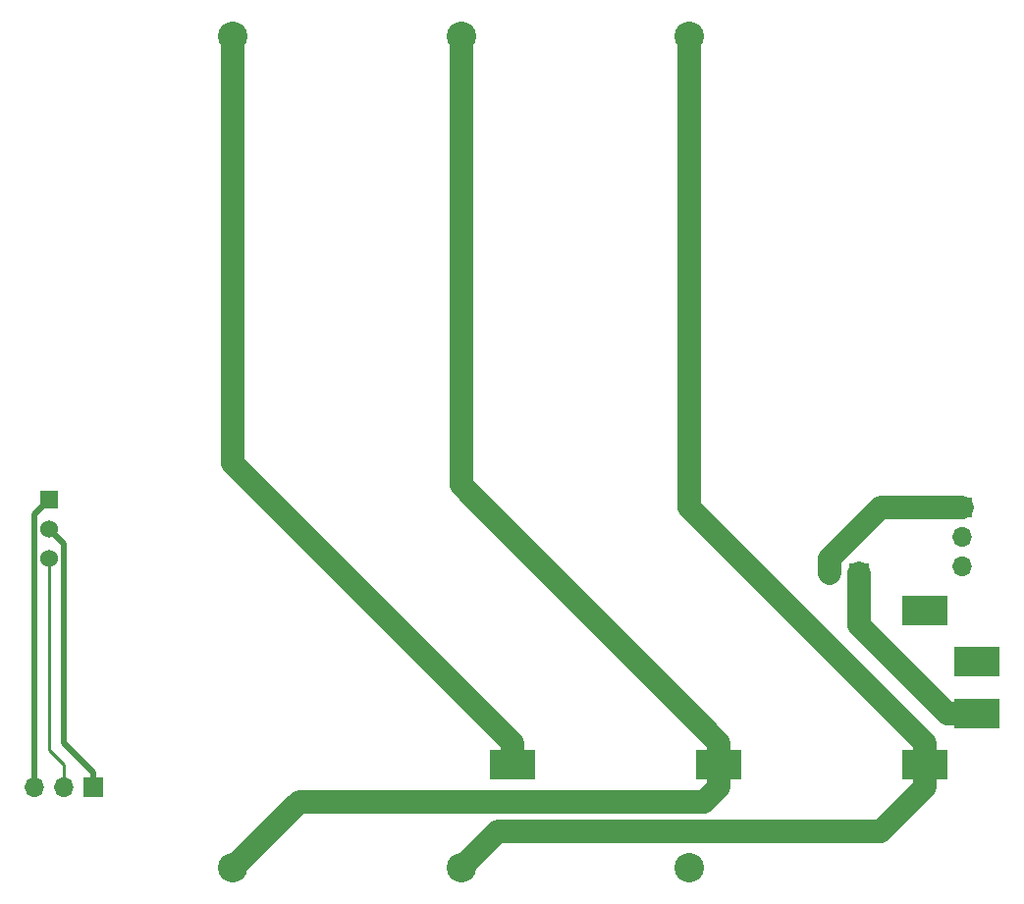
<source format=gtl>
G04 #@! TF.GenerationSoftware,KiCad,Pcbnew,(5.1.0)-1*
G04 #@! TF.CreationDate,2019-05-03T22:00:51+02:00*
G04 #@! TF.ProjectId,bigmax_hat,6269676d-6178-45f6-9861-742e6b696361,v1*
G04 #@! TF.SameCoordinates,Original*
G04 #@! TF.FileFunction,Copper,L1,Top*
G04 #@! TF.FilePolarity,Positive*
%FSLAX46Y46*%
G04 Gerber Fmt 4.6, Leading zero omitted, Abs format (unit mm)*
G04 Created by KiCad (PCBNEW (5.1.0)-1) date 2019-05-03 22:00:51*
%MOMM*%
%LPD*%
G04 APERTURE LIST*
%ADD10O,1.700000X1.700000*%
%ADD11R,1.700000X1.700000*%
%ADD12R,1.524000X1.524000*%
%ADD13C,1.524000*%
%ADD14R,4.000000X2.560000*%
%ADD15C,2.540000*%
%ADD16C,2.000000*%
%ADD17C,0.250000*%
%ADD18C,0.500000*%
G04 APERTURE END LIST*
D10*
X184150000Y-93345000D03*
D11*
X186690000Y-93345000D03*
D10*
X115570000Y-111760000D03*
X118110000Y-111760000D03*
D11*
X120650000Y-111760000D03*
D12*
X116840000Y-86995000D03*
D13*
X116840000Y-89535000D03*
X116840000Y-92075000D03*
D14*
X196850000Y-105410000D03*
X196850000Y-100965000D03*
X156845000Y-109855000D03*
X174625000Y-109855000D03*
X192405000Y-109855000D03*
X192405000Y-96520000D03*
D15*
X132715000Y-46990000D03*
X152400000Y-46990000D03*
X172085000Y-46990000D03*
X132715000Y-118745000D03*
X172085000Y-118745000D03*
X152400000Y-118745000D03*
D10*
X195580000Y-92710000D03*
X195580000Y-90170000D03*
D11*
X195580000Y-87630000D03*
D16*
X184150000Y-92075000D02*
X184150000Y-93345000D01*
X195580000Y-87630000D02*
X188595000Y-87630000D01*
X188595000Y-87630000D02*
X184150000Y-92075000D01*
D17*
X196850000Y-105410000D02*
X196130000Y-105410000D01*
D16*
X186690000Y-97790000D02*
X186690000Y-93345000D01*
X196850000Y-105410000D02*
X194310000Y-105410000D01*
X194310000Y-105410000D02*
X186690000Y-97790000D01*
D18*
X115570000Y-88265000D02*
X115570000Y-111760000D01*
X116840000Y-86995000D02*
X115570000Y-88265000D01*
D17*
X118110000Y-111760000D02*
X118110000Y-109855000D01*
X118110000Y-109855000D02*
X116840000Y-108585000D01*
X116840000Y-108585000D02*
X116840000Y-92075000D01*
D18*
X120650000Y-110490000D02*
X120650000Y-111760000D01*
X118110000Y-107950000D02*
X120650000Y-110490000D01*
X116840000Y-89535000D02*
X118110000Y-90805000D01*
X118110000Y-90805000D02*
X118110000Y-107950000D01*
D16*
X132715000Y-46990000D02*
X132715000Y-83820000D01*
X132715000Y-83820000D02*
X156845000Y-107950000D01*
X156845000Y-107950000D02*
X156845000Y-109855000D01*
X192405000Y-107950000D02*
X192405000Y-109855000D01*
X172085000Y-46990000D02*
X172085000Y-87630000D01*
X172085000Y-87630000D02*
X192405000Y-107950000D01*
X192405000Y-111760000D02*
X192405000Y-109855000D01*
X188595000Y-115570000D02*
X192405000Y-111760000D01*
X152400000Y-118745000D02*
X155575000Y-115570000D01*
X155575000Y-115570000D02*
X188595000Y-115570000D01*
X174625000Y-107950000D02*
X174625000Y-109855000D01*
X152400000Y-46990000D02*
X152400000Y-85725000D01*
X152400000Y-85725000D02*
X174625000Y-107950000D01*
X174625000Y-111760000D02*
X174625000Y-109855000D01*
X173355000Y-113030000D02*
X174625000Y-111760000D01*
X132715000Y-118745000D02*
X138430000Y-113030000D01*
X138430000Y-113030000D02*
X173355000Y-113030000D01*
M02*

</source>
